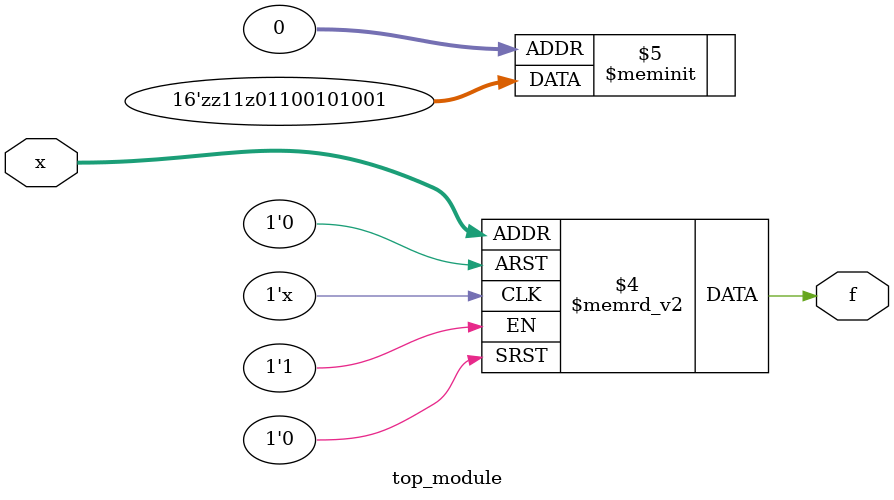
<source format=sv>
module top_module (
	input [4:1] x,
	output logic f
);

always_comb begin
    case (x)
        4'b00_00: f = 1'b1;
        4'b00_01: f = 1'b0;
        4'b00_10: f = 1'b0;
        4'b00_11: f = 1'b1;
        4'b01_00: f = 1'b0;
        4'b01_01: f = 1'b1;
        4'b01_10: f = 1'b0;
        4'b01_11: f = 1'b0;
        4'b10_00: f = 1'b1;
        4'b10_01: f = 1'b1;
        4'b10_10: f = 1'b0;
        4'b10_11: f = 1'bz;
        4'b11_00: f = 1'b1;
        4'b11_01: f = 1'b1;
        4'b11_10: f = 1'bz;
        4'b11_11: f = 1'bz;
        default: f = 1'bz;
    endcase
end

endmodule

</source>
